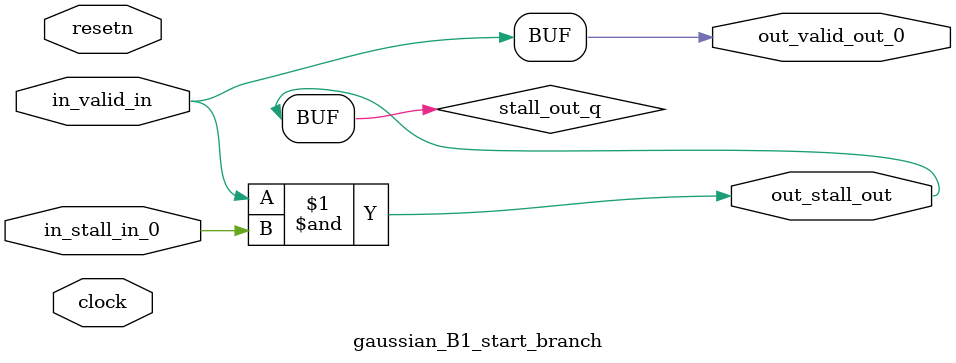
<source format=sv>



(* altera_attribute = "-name AUTO_SHIFT_REGISTER_RECOGNITION OFF; -name MESSAGE_DISABLE 10036; -name MESSAGE_DISABLE 10037; -name MESSAGE_DISABLE 14130; -name MESSAGE_DISABLE 14320; -name MESSAGE_DISABLE 15400; -name MESSAGE_DISABLE 14130; -name MESSAGE_DISABLE 10036; -name MESSAGE_DISABLE 12020; -name MESSAGE_DISABLE 12030; -name MESSAGE_DISABLE 12010; -name MESSAGE_DISABLE 12110; -name MESSAGE_DISABLE 14320; -name MESSAGE_DISABLE 13410; -name MESSAGE_DISABLE 113007; -name MESSAGE_DISABLE 10958" *)
module gaussian_B1_start_branch (
    input wire [0:0] in_stall_in_0,
    input wire [0:0] in_valid_in,
    output wire [0:0] out_stall_out,
    output wire [0:0] out_valid_out_0,
    input wire clock,
    input wire resetn
    );

    wire [0:0] stall_out_q;


    // stall_out(LOGICAL,6)
    assign stall_out_q = in_valid_in & in_stall_in_0;

    // out_stall_out(GPOUT,4)
    assign out_stall_out = stall_out_q;

    // out_valid_out_0(GPOUT,5)
    assign out_valid_out_0 = in_valid_in;

endmodule

</source>
